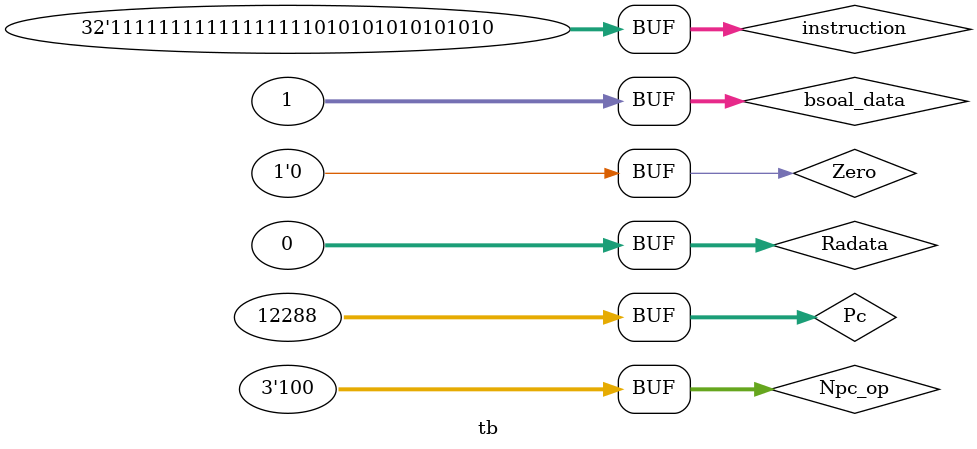
<source format=v>
`timescale 1ns / 1ps


module tb;

	// Inputs
	reg Zero;
	reg [2:0] Npc_op;
	reg [31:0] Pc;
	reg [31:0] instruction;
	reg [31:0] Radata;
	reg [31:0] bsoal_data;

	// Outputs
	wire [31:0] PcAddr4;
	wire [31:0] Npc;

	// Instantiate the Unit Under Test (UUT)
	Npcmodule uut (
		.Zero(Zero), 
		.Npc_op(Npc_op), 
		.Pc(Pc), 
		.instruction(instruction), 
		.Radata(Radata), 
		.bsoal_data(bsoal_data), 
		.PcAddr4(PcAddr4), 
		.Npc(Npc)
	);

	initial begin
		// Initialize Inputs
		Zero = 0;
		Npc_op = 0;
		Pc = 0;
		instruction = 0;
		Radata = 0;
		bsoal_data = 0;
      
		// Wait 100 ns for global reset to finish
		#100;
      Npc_op=4;
		Pc=32'h00003000;
		instruction=32'hffffaaaa;
		bsoal_data=32'h1;
		// Add stimulus here

	end
      
endmodule


</source>
